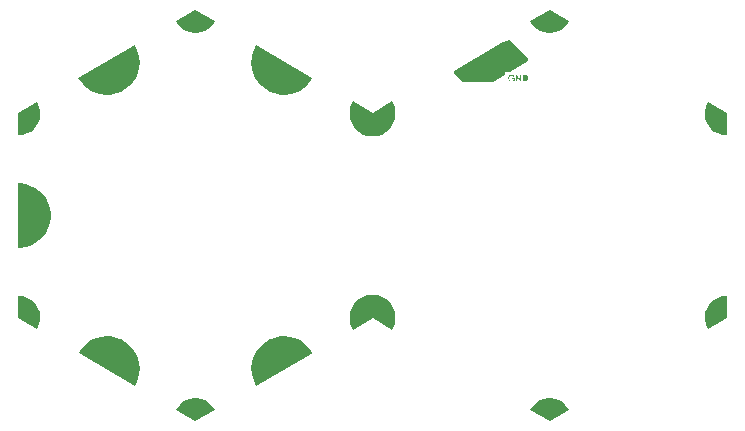
<source format=gbr>
%FSTAX23Y23*%
%MOIN*%
%SFA1B1*%

%IPPOS*%
%AMD29*
4,1,8,-0.009800,0.017100,-0.009800,0.017100,-0.017100,-0.009800,-0.017100,-0.009800,0.009900,-0.017100,0.009900,-0.017100,0.017100,0.009800,0.017100,0.009800,-0.009800,0.017100,0.0*
1,1,0.039370,0.000000,0.000000*
1,1,0.039370,0.000000,0.000000*
1,1,0.039370,0.000000,0.000000*
1,1,0.039370,0.000000,0.000000*
%
%AMD30*
4,1,8,-0.019700,0.000000,-0.019700,0.000000,0.000000,-0.019700,0.000000,-0.019700,0.019700,0.000000,0.019700,0.000000,0.000000,0.019700,0.000000,0.019700,-0.019700,0.000000,0.0*
1,1,0.039370,0.000000,0.000000*
1,1,0.039370,0.000000,0.000000*
1,1,0.039370,0.000000,0.000000*
1,1,0.039370,0.000000,0.000000*
%
%AMD31*
4,1,8,0.009900,0.017100,0.009900,0.017100,-0.017100,0.009800,-0.017100,0.009800,-0.009900,-0.017100,-0.009900,-0.017100,0.017100,-0.009900,0.017100,-0.009900,0.009900,0.017100,0.0*
1,1,0.039370,0.000000,0.000000*
1,1,0.039370,0.000000,0.000000*
1,1,0.039370,0.000000,0.000000*
1,1,0.039370,0.000000,0.000000*
%
%ADD20R,0.055118X0.023622*%
%ADD21R,0.020079X0.022047*%
%ADD22R,0.040000X0.055000*%
%ADD23R,0.022000X0.052000*%
%ADD24R,0.027559X0.020079*%
%ADD25R,0.015748X0.074803*%
%ADD26R,0.045716X0.010661*%
%ADD27R,0.035039X0.025197*%
%ADD28R,0.037401X0.031496*%
G04~CAMADD=29~8~0.0~0.0~393.7~393.7~196.9~0.0~15~0.0~0.0~0.0~0.0~0~0.0~0.0~0.0~0.0~0~0.0~0.0~0.0~30.0~392.0~392.0*
%ADD29D29*%
G04~CAMADD=30~8~0.0~0.0~393.7~393.7~196.9~0.0~15~0.0~0.0~0.0~0.0~0~0.0~0.0~0.0~0.0~0~0.0~0.0~0.0~90.0~394.0~393.0*
%ADD30D30*%
G04~CAMADD=31~8~0.0~0.0~393.7~393.7~196.9~0.0~15~0.0~0.0~0.0~0.0~0~0.0~0.0~0.0~0.0~0~0.0~0.0~0.0~330.0~392.0~392.0*
%ADD31D31*%
%ADD32R,0.031496X0.031496*%
%ADD45C,0.061811*%
%ADD46R,0.061811X0.061811*%
%ADD48C,0.011811*%
%ADD49C,0.055118*%
%ADD50R,0.055118X0.055118*%
%ADD51C,0.050000*%
G36*
X-01192Y-00267D02*
X-01186Y-00267D01*
X-01173Y-00269*
X-0116Y-00274*
X-01149Y-0028*
X-01139Y-00288*
X-0113Y-00298*
X-01124Y-0031*
X-01119Y-00322*
X-01117Y-00335*
X-01117Y-00348*
X-0112Y-00361*
X-01124Y-00373*
X-01128Y-00379*
X-01192Y-00342*
X-01192Y-00267*
G37*
G36*
X-00989Y-00459D02*
X-00985Y-00451D01*
X-00975Y-00437*
X-00962Y-00426*
X-00948Y-00416*
X-00932Y-00409*
X-00915Y-00404*
X-00898Y-00402*
X-00881Y-00403*
X-00864Y-00407*
X-00848Y-00413*
X-00833Y-00422*
X-0082Y-00432*
X-00808Y-00445*
X-00799Y-0046*
X-00792Y-00476*
X-00788Y-00492*
X-00786Y-0051*
X-00787Y-00527*
X-00791Y-00544*
X-00797Y-0056*
X-00802Y-00567*
X-00989Y-00459*
G37*
G36*
X-00664Y-00647D02*
X-00661Y-00641D01*
X-00652Y-00631*
X-00643Y-00622*
X-00631Y-00615*
X-00619Y-00611*
X-00606Y-00608*
X-00593*
X-0058Y-00611*
X-00568Y-00615*
X-00557Y-00622*
X-00547Y-00631*
X-00538Y-00641*
X-00535Y-00647*
X-006Y-00684*
X-00664Y-00647*
G37*
G36*
X-00397Y-00567D02*
X-00402Y-00559D01*
X-00408Y-00543*
X-00412Y-00527*
X-00413Y-00509*
X-00411Y-00492*
X-00407Y-00475*
X-004Y-0046*
X-00391Y-00445*
X-00379Y-00432*
X-00366Y-00421*
X-00351Y-00413*
X-00335Y-00407*
X-00318Y-00403*
X-00301Y-00402*
X-00284Y-00404*
X-00267Y-00409*
X-00251Y-00416*
X-00237Y-00426*
X-00224Y-00437*
X-00214Y-00451*
X-00209Y-00459*
X-00397Y-00567*
G37*
G36*
X-01192Y00108D02*
X-01184Y00108D01*
X-01166Y00105*
X-0115Y001*
X-01135Y00093*
X-0112Y00083*
X-01108Y00071*
X-01098Y00057*
X-0109Y00041*
X-01085Y00025*
X-01082Y00008*
X-01082Y-00008*
X-01085Y-00025*
X-0109Y-00042*
X-01098Y-00057*
X-01108Y-00071*
X-01121Y-00083*
X-01135Y-00093*
X-0115Y-00101*
X-01167Y-00106*
X-01184Y-00108*
X-01192Y-00108*
X-01192Y00108*
G37*
G36*
X-01128Y00379D02*
X-01124Y00373D01*
X-0112Y00361*
X-01117Y00348*
X-01117Y00335*
X-01119Y00322*
X-01124Y0031*
X-0113Y00298*
X-01139Y00288*
X-01149Y0028*
X-0116Y00274*
X-01173Y00269*
X-01186Y00267*
X-01192Y00267*
X-01192Y00342*
X-01128Y00379*
G37*
G36*
X-00802Y00567D02*
X-00798Y00559D01*
X-00791Y00543*
X-00787Y00527*
X-00786Y00509*
X-00788Y00492*
X-00792Y00475*
X-00799Y0046*
X-00808Y00445*
X-0082Y00432*
X-00833Y00421*
X-00848Y00413*
X-00864Y00407*
X-00881Y00403*
X-00898Y00402*
X-00915Y00404*
X-00932Y00409*
X-00948Y00416*
X-00962Y00426*
X-00975Y00437*
X-00985Y00451*
X-0099Y00459*
X-00802Y00567*
G37*
G36*
X-00535Y00647D02*
X-00538Y00641D01*
X-00547Y00631*
X-00557Y00622*
X-00568Y00615*
X-0058Y00611*
X-00593Y00608*
X-00606*
X-00619Y00611*
X-00631Y00615*
X-00643Y00622*
X-00652Y00631*
X-00661Y00641*
X-00664Y00647*
X-00664*
X-006Y00684*
X-00535Y00647*
G37*
G36*
X-0021Y00459D02*
X-00214Y00451D01*
X-00224Y00437*
X-00237Y00426*
X-00251Y00416*
X-00267Y00409*
X-00284Y00404*
X-00301Y00402*
X-00318Y00403*
X-00335Y00407*
X-00351Y00413*
X-00366Y00422*
X-00379Y00432*
X-00391Y00445*
X-004Y0046*
X-00407Y00476*
X-00411Y00492*
X-00413Y0051*
X-00412Y00527*
X-00408Y00544*
X-00402Y0056*
X-00397Y00567*
X-0021Y00459*
G37*
G36*
X00645Y00647D02*
X00642Y00641D01*
X00633Y00631*
X00624Y00622*
X00612Y00615*
X006Y00611*
X00587Y00608*
X00574*
X00561Y00611*
X00549Y00615*
X00538Y00622*
X00528Y00631*
X0052Y00641*
X00516Y00647*
X00581Y00684*
X00645Y00647*
G37*
G36*
X00509Y00526D02*
X00508Y00516D01*
X0045Y0048*
X00433*
Y0047*
X00391Y00444*
X00291*
X00261Y00473*
X00262Y00483*
X00424Y00577*
X0045Y00585*
X00509Y00526*
G37*
G36*
X01173Y00342D02*
X01173Y00267D01*
X01167Y00267*
X01154Y00269*
X01141Y00274*
X0113Y0028*
X0112Y00288*
X01111Y00298*
X01105Y0031*
X011Y00322*
X01098Y00335*
X01098Y00348*
X01101Y00361*
X01106Y00373*
X01109Y00379*
X01173Y00342*
G37*
G36*
X-00009Y00343D02*
X00056Y00381D01*
X00059Y00375*
X00064Y00362*
X00067Y00348*
X00067Y00335*
X00065Y00321*
X0006Y00308*
X00053Y00296*
X00044Y00286*
X00034Y00277*
X00022Y0027*
X00009Y00266*
X-00004Y00264*
X-00009Y00264*
X-00014Y00264*
X-00027Y00266*
X-00041Y0027*
X-00053Y00277*
X-00063Y00286*
X-00072Y00296*
X-00079Y00308*
X-00084Y00321*
X-00086Y00335*
X-00086Y00348*
X-00083Y00362*
X-00078Y00375*
X-00075Y00381*
X-00009Y00343*
G37*
G36*
X00009Y-00266D02*
X00022Y-0027D01*
X00034Y-00277*
X00044Y-00286*
X00053Y-00296*
X0006Y-00308*
X00065Y-00321*
X00067Y-00335*
X00067Y-00348*
X00064Y-00362*
X00059Y-00375*
X00056Y-00381*
X-00009Y-00343*
X-00075Y-00381*
X-00078Y-00375*
X-00083Y-00362*
X-00086Y-00348*
X-00086Y-00335*
X-00084Y-00321*
X-00079Y-00308*
X-00072Y-00296*
X-00063Y-00286*
X-00053Y-00277*
X-00041Y-0027*
X-00027Y-00266*
X-00014Y-00264*
X-00009Y-00264*
X-00004Y-00264*
X00009Y-00266*
G37*
G36*
X01173Y-00267D02*
D01*
X01173Y-00342*
X01109Y-00379*
X01106Y-00373*
X01101Y-00361*
X01098Y-00348*
X01098Y-00335*
X011Y-00322*
X01105Y-0031*
X01111Y-00298*
X0112Y-00288*
X0113Y-0028*
X01141Y-00274*
X01154Y-00269*
X01167Y-00267*
X01173Y-00267*
G37*
G36*
X00056Y-00381D02*
D01*
G37*
G36*
X006Y-00611D02*
X00612Y-00615D01*
X00624Y-00622*
X00633Y-00631*
X00642Y-00641*
X00645Y-00647*
X00581Y-00684*
X00516Y-00647*
X0052Y-00641*
X00528Y-00631*
X00538Y-00622*
X00549Y-00615*
X00561Y-00611*
X00574Y-00608*
X00587*
X006Y-00611*
G37*
G36*
X00455Y0047D02*
X00455D01*
X00455Y0047*
X00455Y0047*
X00456Y0047*
X00456Y00469*
X00456Y00469*
X00457Y00469*
X00458Y00469*
X00459Y00469*
X00459*
X00459Y00469*
X00459Y00469*
X00459Y00469*
X00459Y00469*
X00459Y00468*
X0046Y00468*
X0046Y00468*
X0046Y00468*
X00461Y00468*
X00461Y00467*
X00461Y00467*
X00462Y00467*
X00462Y00467*
X00462Y00467*
X00462Y00466*
X00462Y00466*
X00462Y00466*
X00462Y00466*
X00462Y00466*
X00462Y00466*
X00462Y00465*
X00463Y00465*
X00463Y00465*
X00463Y00464*
X00463Y00464*
X00463Y00464*
X00463Y00463*
X00463Y00463*
X00461Y00462*
Y00462*
X00461Y00462*
X00461Y00462*
X00461Y00463*
X00461Y00463*
X00461Y00463*
X0046Y00463*
X0046Y00464*
X0046Y00464*
X0046Y00465*
X00459Y00465*
Y00465*
X00459Y00465*
X00459Y00465*
X00459Y00465*
X00459Y00465*
X00459Y00466*
X00458Y00466*
X00458Y00466*
X00457Y00466*
X00457*
X00457Y00466*
X00457Y00467*
X00457Y00467*
X00457Y00467*
X00457Y00467*
X00457Y00467*
X00456Y00467*
X00456Y00467*
X00456Y00467*
X00455Y00467*
X00455Y00467*
X00454Y00467*
X00454*
X00454Y00467*
X00454Y00467*
X00453Y00467*
X00453Y00467*
X00453Y00467*
X00452Y00467*
X00451Y00467*
X00451Y00466*
X00451*
X00451Y00466*
X00451Y00466*
X0045Y00466*
X0045Y00466*
X0045Y00466*
X0045Y00466*
X0045Y00466*
X00449Y00465*
X00449Y00465*
X00448Y00465*
Y00465*
X00448Y00465*
X00448Y00465*
X00448Y00465*
X00448Y00464*
X00448Y00464*
X00448Y00464*
X00447Y00463*
X00447Y00463*
X00447Y00463*
Y00463*
X00447Y00463*
X00447Y00462*
X00447Y00462*
X00447Y00462*
X00447Y00462*
X00447Y00462*
X00447Y00461*
X00446Y00461*
X00446Y00461*
X00446Y0046*
X00446Y0046*
X00446Y00459*
X00446Y00459*
X00446Y00458*
Y00458*
Y00458*
Y00458*
X00446Y00458*
X00446Y00457*
X00446Y00457*
X00446Y00457*
X00446Y00456*
X00446Y00456*
X00446Y00456*
X00447Y00455*
X00447Y00454*
X00447Y00454*
X00447Y00453*
X00447Y00453*
X00447Y00453*
X00447Y00453*
X00447Y00453*
X00447Y00453*
X00447Y00453*
X00448Y00452*
X00448Y00452*
X00448Y00452*
X00448Y00452*
X00448Y00451*
X00449Y00451*
X00449Y00451*
X00449Y00451*
X00449Y00451*
X0045Y0045*
X0045Y0045*
X0045Y0045*
X0045Y0045*
X0045Y0045*
X0045Y0045*
X00451Y0045*
X00451Y0045*
X00451Y0045*
X00451Y0045*
X00452Y0045*
X00452Y00449*
X00452Y00449*
X00453Y00449*
X00453Y00449*
X00454Y00449*
X00454Y00449*
X00455*
X00455Y00449*
X00455*
X00455Y00449*
X00455Y00449*
X00455Y00449*
X00456Y00449*
X00456Y00449*
X00457Y00449*
X00457Y0045*
X00458Y0045*
X00458*
X00458Y0045*
X00458Y0045*
X00458Y0045*
X00459Y0045*
X00459Y0045*
X00459Y0045*
X0046Y00451*
X0046Y00451*
X0046Y00451*
X00461Y00451*
X00461Y00451*
Y00456*
X00454*
Y00458*
X00464*
Y0045*
X00464Y0045*
X00464Y0045*
X00464Y0045*
X00463Y0045*
X00463Y0045*
X00463Y00449*
X00463Y00449*
X00462Y00449*
X00462Y00449*
X00462Y00449*
X00461Y00448*
X00461Y00448*
X0046Y00448*
X0046Y00448*
X00459Y00447*
X00459*
X00459Y00447*
X00459Y00447*
X00459Y00447*
X00459Y00447*
X00458Y00447*
X00458Y00447*
X00458Y00447*
X00457Y00447*
X00457Y00447*
X00457Y00447*
X00456Y00447*
X00455Y00447*
X00455Y00446*
X00454Y00446*
X00454*
X00454Y00446*
X00454*
X00454Y00447*
X00453Y00447*
X00453Y00447*
X00452Y00447*
X00452Y00447*
X00452Y00447*
X00451Y00447*
X00451Y00447*
X0045Y00447*
X0045Y00447*
X00449Y00448*
X00448Y00448*
X00448Y00448*
X00448Y00448*
X00448Y00448*
X00448Y00448*
X00448Y00448*
X00448Y00448*
X00447Y00449*
X00447Y00449*
X00447Y00449*
X00446Y00449*
X00446Y0045*
X00446Y0045*
X00445Y00451*
X00445Y00451*
X00445Y00451*
X00444Y00452*
X00444Y00452*
X00444Y00452*
X00444Y00452*
X00444Y00452*
X00444Y00453*
X00444Y00453*
X00444Y00453*
X00444Y00454*
X00444Y00454*
X00443Y00455*
X00443Y00455*
X00443Y00456*
X00443Y00456*
X00443Y00457*
X00443Y00457*
X00443Y00458*
Y00458*
Y00458*
Y00458*
X00443Y00458*
X00443Y00459*
X00443Y00459*
X00443Y00459*
X00443Y0046*
X00443Y0046*
X00443Y00461*
X00444Y00461*
X00444Y00462*
X00444Y00462*
X00444Y00463*
X00444Y00463*
X00444Y00464*
X00444Y00464*
X00444Y00464*
X00445Y00464*
X00445Y00464*
X00445Y00465*
X00445Y00465*
X00445Y00465*
X00445Y00466*
X00446Y00466*
X00446Y00466*
X00446Y00467*
X00447Y00467*
X00447Y00467*
X00447Y00468*
X00448Y00468*
X00448Y00468*
X00448Y00468*
X00448Y00468*
X00449Y00468*
X00449Y00468*
X00449Y00469*
X00449Y00469*
X0045Y00469*
X0045Y00469*
X0045Y00469*
X00451Y00469*
X00451Y00469*
X00452Y00469*
X00452Y00469*
X00453Y0047*
X00454Y0047*
X00454Y0047*
X00454*
X00455Y0047*
G37*
G36*
X00486Y00447D02*
X00483D01*
X00471Y00464*
Y00447*
X00468*
Y00469*
X00471*
X00483Y00452*
Y00469*
X00486*
Y00447*
G37*
G36*
X00499Y00469D02*
X005D01*
X005Y00469*
X005Y00469*
X00501Y00469*
X00502Y00469*
X00502Y00469*
X00502Y00469*
X00502*
X00502Y00469*
X00503Y00469*
X00503Y00469*
X00503Y00469*
X00503Y00469*
X00503Y00469*
X00503Y00469*
X00504Y00468*
X00505Y00468*
X00505Y00468*
X00506Y00467*
X00506Y00467*
X00506Y00467*
X00506Y00467*
X00506Y00467*
X00506Y00467*
X00506Y00467*
X00506Y00466*
X00507Y00466*
X00507Y00466*
X00507Y00466*
X00507Y00465*
X00507Y00465*
X00508Y00465*
X00508Y00464*
X00508Y00464*
X00508Y00463*
X00508Y00463*
X00508Y00463*
X00508Y00463*
X00508Y00463*
X00508Y00463*
X00509Y00463*
X00509Y00462*
X00509Y00462*
X00509Y00462*
X00509Y00461*
X00509Y00461*
X00509Y0046*
X00509Y0046*
X00509Y00459*
X00509Y00459*
Y00458*
Y00458*
Y00458*
Y00458*
Y00458*
X00509Y00457*
X00509Y00457*
X00509Y00457*
X00509Y00457*
X00509Y00456*
X00509Y00456*
X00509Y00455*
X00509Y00454*
X00509Y00454*
Y00454*
X00509Y00454*
X00508Y00453*
X00508Y00453*
X00508Y00453*
X00508Y00453*
X00508Y00453*
X00508Y00452*
X00508Y00452*
X00508Y00451*
X00507Y00451*
X00507Y0045*
X00507Y0045*
X00507Y0045*
X00507Y0045*
X00507Y0045*
X00507Y0045*
X00506Y0045*
X00506Y00449*
X00506Y00449*
X00505Y00449*
X00505Y00448*
X00505*
X00505Y00448*
X00505Y00448*
X00505Y00448*
X00505Y00448*
X00505Y00448*
X00504Y00448*
X00504Y00448*
X00504Y00448*
X00503Y00448*
X00503Y00447*
X00502Y00447*
X00502*
X00502Y00447*
X00502Y00447*
X00502Y00447*
X00502Y00447*
X00502Y00447*
X00502Y00447*
X00501Y00447*
X00501Y00447*
X00501Y00447*
X005Y00447*
X005Y00447*
X00499Y00447*
X00499Y00447*
X00491*
Y00469*
X00499*
X00499Y00469*
G37*
M02*
</source>
